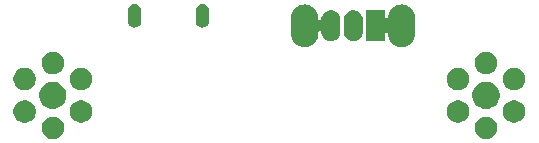
<source format=gbr>
G04 #@! TF.GenerationSoftware,KiCad,Pcbnew,(5.1.5)-3*
G04 #@! TF.CreationDate,2021-05-02T18:30:09+02:00*
G04 #@! TF.ProjectId,Stacked desk light,53746163-6b65-4642-9064-65736b206c69,rev?*
G04 #@! TF.SameCoordinates,Original*
G04 #@! TF.FileFunction,Soldermask,Bot*
G04 #@! TF.FilePolarity,Negative*
%FSLAX46Y46*%
G04 Gerber Fmt 4.6, Leading zero omitted, Abs format (unit mm)*
G04 Created by KiCad (PCBNEW (5.1.5)-3) date 2021-05-02 18:30:09*
%MOMM*%
%LPD*%
G04 APERTURE LIST*
%ADD10C,0.100000*%
G04 APERTURE END LIST*
D10*
G36*
X118614563Y-101774638D02*
G01*
X118787634Y-101846326D01*
X118787635Y-101846327D01*
X118943395Y-101950402D01*
X119075858Y-102082865D01*
X119075859Y-102082867D01*
X119179934Y-102238626D01*
X119251622Y-102411697D01*
X119288168Y-102595425D01*
X119288168Y-102782759D01*
X119251622Y-102966487D01*
X119179934Y-103139558D01*
X119179933Y-103139559D01*
X119075858Y-103295319D01*
X118943395Y-103427782D01*
X118864986Y-103480173D01*
X118787634Y-103531858D01*
X118614563Y-103603546D01*
X118430835Y-103640092D01*
X118243501Y-103640092D01*
X118059773Y-103603546D01*
X117886702Y-103531858D01*
X117809350Y-103480173D01*
X117730941Y-103427782D01*
X117598478Y-103295319D01*
X117494403Y-103139559D01*
X117494402Y-103139558D01*
X117422714Y-102966487D01*
X117386168Y-102782759D01*
X117386168Y-102595425D01*
X117422714Y-102411697D01*
X117494402Y-102238626D01*
X117598477Y-102082867D01*
X117598478Y-102082865D01*
X117730941Y-101950402D01*
X117886701Y-101846327D01*
X117886702Y-101846326D01*
X118059773Y-101774638D01*
X118243501Y-101738092D01*
X118430835Y-101738092D01*
X118614563Y-101774638D01*
G37*
G36*
X81940199Y-101774638D02*
G01*
X82113270Y-101846326D01*
X82113271Y-101846327D01*
X82269031Y-101950402D01*
X82401494Y-102082865D01*
X82401495Y-102082867D01*
X82505570Y-102238626D01*
X82577258Y-102411697D01*
X82613804Y-102595425D01*
X82613804Y-102782759D01*
X82577258Y-102966487D01*
X82505570Y-103139558D01*
X82505569Y-103139559D01*
X82401494Y-103295319D01*
X82269031Y-103427782D01*
X82190622Y-103480173D01*
X82113270Y-103531858D01*
X81940199Y-103603546D01*
X81756471Y-103640092D01*
X81569137Y-103640092D01*
X81385409Y-103603546D01*
X81212338Y-103531858D01*
X81134986Y-103480173D01*
X81056577Y-103427782D01*
X80924114Y-103295319D01*
X80820039Y-103139559D01*
X80820038Y-103139558D01*
X80748350Y-102966487D01*
X80711804Y-102782759D01*
X80711804Y-102595425D01*
X80748350Y-102411697D01*
X80820038Y-102238626D01*
X80924113Y-102082867D01*
X80924114Y-102082865D01*
X81056577Y-101950402D01*
X81212337Y-101846327D01*
X81212338Y-101846326D01*
X81385409Y-101774638D01*
X81569137Y-101738092D01*
X81756471Y-101738092D01*
X81940199Y-101774638D01*
G37*
G36*
X84321769Y-100399638D02*
G01*
X84494840Y-100471326D01*
X84494841Y-100471327D01*
X84650601Y-100575402D01*
X84783064Y-100707865D01*
X84783065Y-100707867D01*
X84887140Y-100863626D01*
X84958828Y-101036697D01*
X84995374Y-101220425D01*
X84995374Y-101407759D01*
X84958828Y-101591487D01*
X84887140Y-101764558D01*
X84880404Y-101774639D01*
X84783064Y-101920319D01*
X84650601Y-102052782D01*
X84605578Y-102082865D01*
X84494840Y-102156858D01*
X84321769Y-102228546D01*
X84138041Y-102265092D01*
X83950707Y-102265092D01*
X83766979Y-102228546D01*
X83593908Y-102156858D01*
X83483170Y-102082865D01*
X83438147Y-102052782D01*
X83305684Y-101920319D01*
X83208344Y-101774639D01*
X83201608Y-101764558D01*
X83129920Y-101591487D01*
X83093374Y-101407759D01*
X83093374Y-101220425D01*
X83129920Y-101036697D01*
X83201608Y-100863626D01*
X83305683Y-100707867D01*
X83305684Y-100707865D01*
X83438147Y-100575402D01*
X83593907Y-100471327D01*
X83593908Y-100471326D01*
X83766979Y-100399638D01*
X83950707Y-100363092D01*
X84138041Y-100363092D01*
X84321769Y-100399638D01*
G37*
G36*
X79558629Y-100399638D02*
G01*
X79731700Y-100471326D01*
X79731701Y-100471327D01*
X79887461Y-100575402D01*
X80019924Y-100707865D01*
X80019925Y-100707867D01*
X80124000Y-100863626D01*
X80195688Y-101036697D01*
X80232234Y-101220425D01*
X80232234Y-101407759D01*
X80195688Y-101591487D01*
X80124000Y-101764558D01*
X80117264Y-101774639D01*
X80019924Y-101920319D01*
X79887461Y-102052782D01*
X79842438Y-102082865D01*
X79731700Y-102156858D01*
X79558629Y-102228546D01*
X79374901Y-102265092D01*
X79187567Y-102265092D01*
X79003839Y-102228546D01*
X78830768Y-102156858D01*
X78720030Y-102082865D01*
X78675007Y-102052782D01*
X78542544Y-101920319D01*
X78445204Y-101774639D01*
X78438468Y-101764558D01*
X78366780Y-101591487D01*
X78330234Y-101407759D01*
X78330234Y-101220425D01*
X78366780Y-101036697D01*
X78438468Y-100863626D01*
X78542543Y-100707867D01*
X78542544Y-100707865D01*
X78675007Y-100575402D01*
X78830767Y-100471327D01*
X78830768Y-100471326D01*
X79003839Y-100399638D01*
X79187567Y-100363092D01*
X79374901Y-100363092D01*
X79558629Y-100399638D01*
G37*
G36*
X116232993Y-100399638D02*
G01*
X116406064Y-100471326D01*
X116406065Y-100471327D01*
X116561825Y-100575402D01*
X116694288Y-100707865D01*
X116694289Y-100707867D01*
X116798364Y-100863626D01*
X116870052Y-101036697D01*
X116906598Y-101220425D01*
X116906598Y-101407759D01*
X116870052Y-101591487D01*
X116798364Y-101764558D01*
X116791628Y-101774639D01*
X116694288Y-101920319D01*
X116561825Y-102052782D01*
X116516802Y-102082865D01*
X116406064Y-102156858D01*
X116232993Y-102228546D01*
X116049265Y-102265092D01*
X115861931Y-102265092D01*
X115678203Y-102228546D01*
X115505132Y-102156858D01*
X115394394Y-102082865D01*
X115349371Y-102052782D01*
X115216908Y-101920319D01*
X115119568Y-101774639D01*
X115112832Y-101764558D01*
X115041144Y-101591487D01*
X115004598Y-101407759D01*
X115004598Y-101220425D01*
X115041144Y-101036697D01*
X115112832Y-100863626D01*
X115216907Y-100707867D01*
X115216908Y-100707865D01*
X115349371Y-100575402D01*
X115505131Y-100471327D01*
X115505132Y-100471326D01*
X115678203Y-100399638D01*
X115861931Y-100363092D01*
X116049265Y-100363092D01*
X116232993Y-100399638D01*
G37*
G36*
X120996133Y-100399638D02*
G01*
X121169204Y-100471326D01*
X121169205Y-100471327D01*
X121324965Y-100575402D01*
X121457428Y-100707865D01*
X121457429Y-100707867D01*
X121561504Y-100863626D01*
X121633192Y-101036697D01*
X121669738Y-101220425D01*
X121669738Y-101407759D01*
X121633192Y-101591487D01*
X121561504Y-101764558D01*
X121554768Y-101774639D01*
X121457428Y-101920319D01*
X121324965Y-102052782D01*
X121279942Y-102082865D01*
X121169204Y-102156858D01*
X120996133Y-102228546D01*
X120812405Y-102265092D01*
X120625071Y-102265092D01*
X120441343Y-102228546D01*
X120268272Y-102156858D01*
X120157534Y-102082865D01*
X120112511Y-102052782D01*
X119980048Y-101920319D01*
X119882708Y-101774639D01*
X119875972Y-101764558D01*
X119804284Y-101591487D01*
X119767738Y-101407759D01*
X119767738Y-101220425D01*
X119804284Y-101036697D01*
X119875972Y-100863626D01*
X119980047Y-100707867D01*
X119980048Y-100707865D01*
X120112511Y-100575402D01*
X120268271Y-100471327D01*
X120268272Y-100471326D01*
X120441343Y-100399638D01*
X120625071Y-100363092D01*
X120812405Y-100363092D01*
X120996133Y-100399638D01*
G37*
G36*
X81887353Y-98810208D02*
G01*
X81998538Y-98832324D01*
X82208007Y-98919089D01*
X82396524Y-99045052D01*
X82556844Y-99205372D01*
X82682807Y-99393889D01*
X82769572Y-99603358D01*
X82813804Y-99825728D01*
X82813804Y-100052456D01*
X82769572Y-100274826D01*
X82682807Y-100484295D01*
X82556844Y-100672812D01*
X82396524Y-100833132D01*
X82208007Y-100959095D01*
X81998538Y-101045860D01*
X81887353Y-101067976D01*
X81776169Y-101090092D01*
X81549439Y-101090092D01*
X81438255Y-101067976D01*
X81327070Y-101045860D01*
X81117601Y-100959095D01*
X80929084Y-100833132D01*
X80768764Y-100672812D01*
X80642801Y-100484295D01*
X80556036Y-100274826D01*
X80511804Y-100052456D01*
X80511804Y-99825728D01*
X80556036Y-99603358D01*
X80642801Y-99393889D01*
X80768764Y-99205372D01*
X80929084Y-99045052D01*
X81117601Y-98919089D01*
X81327070Y-98832324D01*
X81438255Y-98810208D01*
X81549439Y-98788092D01*
X81776169Y-98788092D01*
X81887353Y-98810208D01*
G37*
G36*
X118561717Y-98810208D02*
G01*
X118672902Y-98832324D01*
X118882371Y-98919089D01*
X119070888Y-99045052D01*
X119231208Y-99205372D01*
X119357171Y-99393889D01*
X119443936Y-99603358D01*
X119488168Y-99825728D01*
X119488168Y-100052456D01*
X119443936Y-100274826D01*
X119357171Y-100484295D01*
X119231208Y-100672812D01*
X119070888Y-100833132D01*
X118882371Y-100959095D01*
X118672902Y-101045860D01*
X118561717Y-101067976D01*
X118450533Y-101090092D01*
X118223803Y-101090092D01*
X118112619Y-101067976D01*
X118001434Y-101045860D01*
X117791965Y-100959095D01*
X117603448Y-100833132D01*
X117443128Y-100672812D01*
X117317165Y-100484295D01*
X117230400Y-100274826D01*
X117186168Y-100052456D01*
X117186168Y-99825728D01*
X117230400Y-99603358D01*
X117317165Y-99393889D01*
X117443128Y-99205372D01*
X117603448Y-99045052D01*
X117791965Y-98919089D01*
X118001434Y-98832324D01*
X118112619Y-98810208D01*
X118223803Y-98788092D01*
X118450533Y-98788092D01*
X118561717Y-98810208D01*
G37*
G36*
X116232993Y-97649638D02*
G01*
X116406064Y-97721326D01*
X116406065Y-97721327D01*
X116561825Y-97825402D01*
X116694288Y-97957865D01*
X116694289Y-97957867D01*
X116798364Y-98113626D01*
X116870052Y-98286697D01*
X116906598Y-98470425D01*
X116906598Y-98657759D01*
X116870052Y-98841487D01*
X116798364Y-99014558D01*
X116746679Y-99091910D01*
X116694288Y-99170319D01*
X116561825Y-99302782D01*
X116483416Y-99355173D01*
X116406064Y-99406858D01*
X116232993Y-99478546D01*
X116049265Y-99515092D01*
X115861931Y-99515092D01*
X115678203Y-99478546D01*
X115505132Y-99406858D01*
X115427780Y-99355173D01*
X115349371Y-99302782D01*
X115216908Y-99170319D01*
X115164517Y-99091910D01*
X115112832Y-99014558D01*
X115041144Y-98841487D01*
X115004598Y-98657759D01*
X115004598Y-98470425D01*
X115041144Y-98286697D01*
X115112832Y-98113626D01*
X115216907Y-97957867D01*
X115216908Y-97957865D01*
X115349371Y-97825402D01*
X115505131Y-97721327D01*
X115505132Y-97721326D01*
X115678203Y-97649638D01*
X115861931Y-97613092D01*
X116049265Y-97613092D01*
X116232993Y-97649638D01*
G37*
G36*
X84321769Y-97649638D02*
G01*
X84494840Y-97721326D01*
X84494841Y-97721327D01*
X84650601Y-97825402D01*
X84783064Y-97957865D01*
X84783065Y-97957867D01*
X84887140Y-98113626D01*
X84958828Y-98286697D01*
X84995374Y-98470425D01*
X84995374Y-98657759D01*
X84958828Y-98841487D01*
X84887140Y-99014558D01*
X84835455Y-99091910D01*
X84783064Y-99170319D01*
X84650601Y-99302782D01*
X84572192Y-99355173D01*
X84494840Y-99406858D01*
X84321769Y-99478546D01*
X84138041Y-99515092D01*
X83950707Y-99515092D01*
X83766979Y-99478546D01*
X83593908Y-99406858D01*
X83516556Y-99355173D01*
X83438147Y-99302782D01*
X83305684Y-99170319D01*
X83253293Y-99091910D01*
X83201608Y-99014558D01*
X83129920Y-98841487D01*
X83093374Y-98657759D01*
X83093374Y-98470425D01*
X83129920Y-98286697D01*
X83201608Y-98113626D01*
X83305683Y-97957867D01*
X83305684Y-97957865D01*
X83438147Y-97825402D01*
X83593907Y-97721327D01*
X83593908Y-97721326D01*
X83766979Y-97649638D01*
X83950707Y-97613092D01*
X84138041Y-97613092D01*
X84321769Y-97649638D01*
G37*
G36*
X79558629Y-97649638D02*
G01*
X79731700Y-97721326D01*
X79731701Y-97721327D01*
X79887461Y-97825402D01*
X80019924Y-97957865D01*
X80019925Y-97957867D01*
X80124000Y-98113626D01*
X80195688Y-98286697D01*
X80232234Y-98470425D01*
X80232234Y-98657759D01*
X80195688Y-98841487D01*
X80124000Y-99014558D01*
X80072315Y-99091910D01*
X80019924Y-99170319D01*
X79887461Y-99302782D01*
X79809052Y-99355173D01*
X79731700Y-99406858D01*
X79558629Y-99478546D01*
X79374901Y-99515092D01*
X79187567Y-99515092D01*
X79003839Y-99478546D01*
X78830768Y-99406858D01*
X78753416Y-99355173D01*
X78675007Y-99302782D01*
X78542544Y-99170319D01*
X78490153Y-99091910D01*
X78438468Y-99014558D01*
X78366780Y-98841487D01*
X78330234Y-98657759D01*
X78330234Y-98470425D01*
X78366780Y-98286697D01*
X78438468Y-98113626D01*
X78542543Y-97957867D01*
X78542544Y-97957865D01*
X78675007Y-97825402D01*
X78830767Y-97721327D01*
X78830768Y-97721326D01*
X79003839Y-97649638D01*
X79187567Y-97613092D01*
X79374901Y-97613092D01*
X79558629Y-97649638D01*
G37*
G36*
X120996133Y-97649638D02*
G01*
X121169204Y-97721326D01*
X121169205Y-97721327D01*
X121324965Y-97825402D01*
X121457428Y-97957865D01*
X121457429Y-97957867D01*
X121561504Y-98113626D01*
X121633192Y-98286697D01*
X121669738Y-98470425D01*
X121669738Y-98657759D01*
X121633192Y-98841487D01*
X121561504Y-99014558D01*
X121509819Y-99091910D01*
X121457428Y-99170319D01*
X121324965Y-99302782D01*
X121246556Y-99355173D01*
X121169204Y-99406858D01*
X120996133Y-99478546D01*
X120812405Y-99515092D01*
X120625071Y-99515092D01*
X120441343Y-99478546D01*
X120268272Y-99406858D01*
X120190920Y-99355173D01*
X120112511Y-99302782D01*
X119980048Y-99170319D01*
X119927657Y-99091910D01*
X119875972Y-99014558D01*
X119804284Y-98841487D01*
X119767738Y-98657759D01*
X119767738Y-98470425D01*
X119804284Y-98286697D01*
X119875972Y-98113626D01*
X119980047Y-97957867D01*
X119980048Y-97957865D01*
X120112511Y-97825402D01*
X120268271Y-97721327D01*
X120268272Y-97721326D01*
X120441343Y-97649638D01*
X120625071Y-97613092D01*
X120812405Y-97613092D01*
X120996133Y-97649638D01*
G37*
G36*
X118614563Y-96274638D02*
G01*
X118787634Y-96346326D01*
X118787635Y-96346327D01*
X118943395Y-96450402D01*
X119075858Y-96582865D01*
X119075859Y-96582867D01*
X119179934Y-96738626D01*
X119251622Y-96911697D01*
X119288168Y-97095425D01*
X119288168Y-97282759D01*
X119251622Y-97466487D01*
X119179934Y-97639558D01*
X119173198Y-97649639D01*
X119075858Y-97795319D01*
X118943395Y-97927782D01*
X118898372Y-97957865D01*
X118787634Y-98031858D01*
X118614563Y-98103546D01*
X118430835Y-98140092D01*
X118243501Y-98140092D01*
X118059773Y-98103546D01*
X117886702Y-98031858D01*
X117775964Y-97957865D01*
X117730941Y-97927782D01*
X117598478Y-97795319D01*
X117501138Y-97649639D01*
X117494402Y-97639558D01*
X117422714Y-97466487D01*
X117386168Y-97282759D01*
X117386168Y-97095425D01*
X117422714Y-96911697D01*
X117494402Y-96738626D01*
X117598477Y-96582867D01*
X117598478Y-96582865D01*
X117730941Y-96450402D01*
X117886701Y-96346327D01*
X117886702Y-96346326D01*
X118059773Y-96274638D01*
X118243501Y-96238092D01*
X118430835Y-96238092D01*
X118614563Y-96274638D01*
G37*
G36*
X81940199Y-96274638D02*
G01*
X82113270Y-96346326D01*
X82113271Y-96346327D01*
X82269031Y-96450402D01*
X82401494Y-96582865D01*
X82401495Y-96582867D01*
X82505570Y-96738626D01*
X82577258Y-96911697D01*
X82613804Y-97095425D01*
X82613804Y-97282759D01*
X82577258Y-97466487D01*
X82505570Y-97639558D01*
X82498834Y-97649639D01*
X82401494Y-97795319D01*
X82269031Y-97927782D01*
X82224008Y-97957865D01*
X82113270Y-98031858D01*
X81940199Y-98103546D01*
X81756471Y-98140092D01*
X81569137Y-98140092D01*
X81385409Y-98103546D01*
X81212338Y-98031858D01*
X81101600Y-97957865D01*
X81056577Y-97927782D01*
X80924114Y-97795319D01*
X80826774Y-97649639D01*
X80820038Y-97639558D01*
X80748350Y-97466487D01*
X80711804Y-97282759D01*
X80711804Y-97095425D01*
X80748350Y-96911697D01*
X80820038Y-96738626D01*
X80924113Y-96582867D01*
X80924114Y-96582865D01*
X81056577Y-96450402D01*
X81212337Y-96346327D01*
X81212338Y-96346326D01*
X81385409Y-96274638D01*
X81569137Y-96238092D01*
X81756471Y-96238092D01*
X81940199Y-96274638D01*
G37*
G36*
X103225635Y-92265654D02*
G01*
X103442600Y-92331470D01*
X103442602Y-92331471D01*
X103642555Y-92438347D01*
X103817818Y-92582182D01*
X103961653Y-92757445D01*
X103987815Y-92806392D01*
X104068530Y-92957400D01*
X104112647Y-93102835D01*
X104134346Y-93174366D01*
X104151000Y-93343455D01*
X104151000Y-93484238D01*
X104153402Y-93508624D01*
X104160515Y-93532073D01*
X104172066Y-93553684D01*
X104187611Y-93572626D01*
X104206553Y-93588171D01*
X104228164Y-93599722D01*
X104251613Y-93606835D01*
X104275999Y-93609237D01*
X104300385Y-93606835D01*
X104323834Y-93599722D01*
X104345445Y-93588171D01*
X104364387Y-93572626D01*
X104379932Y-93553684D01*
X104391483Y-93532073D01*
X104400396Y-93496490D01*
X104410591Y-93392979D01*
X104410591Y-93392977D01*
X104456393Y-93241988D01*
X104456393Y-93241987D01*
X104530772Y-93102835D01*
X104630868Y-92980867D01*
X104752836Y-92880771D01*
X104891988Y-92806392D01*
X104942319Y-92791125D01*
X105042978Y-92760590D01*
X105200000Y-92745125D01*
X105357023Y-92760590D01*
X105457682Y-92791125D01*
X105508013Y-92806392D01*
X105647165Y-92880771D01*
X105769133Y-92980867D01*
X105869229Y-93102835D01*
X105943608Y-93241987D01*
X105943608Y-93241988D01*
X105989410Y-93392977D01*
X106001000Y-93510655D01*
X106001000Y-94589345D01*
X105989410Y-94707023D01*
X105970088Y-94770718D01*
X105943608Y-94858013D01*
X105907464Y-94925633D01*
X105869229Y-94997165D01*
X105769133Y-95119133D01*
X105647164Y-95219229D01*
X105508012Y-95293608D01*
X105457681Y-95308875D01*
X105357022Y-95339410D01*
X105200000Y-95354875D01*
X105042977Y-95339410D01*
X104942318Y-95308875D01*
X104891987Y-95293608D01*
X104752835Y-95219229D01*
X104630867Y-95119133D01*
X104530771Y-94997164D01*
X104456393Y-94858013D01*
X104456392Y-94858012D01*
X104425613Y-94756545D01*
X104410590Y-94707022D01*
X104400396Y-94603519D01*
X104395616Y-94579486D01*
X104386238Y-94556847D01*
X104372624Y-94536472D01*
X104355297Y-94519145D01*
X104334923Y-94505532D01*
X104312284Y-94496154D01*
X104288251Y-94491374D01*
X104263747Y-94491374D01*
X104239714Y-94496154D01*
X104217075Y-94505532D01*
X104196700Y-94519146D01*
X104179373Y-94536473D01*
X104165760Y-94556847D01*
X104156382Y-94579486D01*
X104151000Y-94615771D01*
X104151000Y-94756543D01*
X104134346Y-94925635D01*
X104075649Y-95119133D01*
X104068529Y-95142602D01*
X103961653Y-95342555D01*
X103882652Y-95438817D01*
X103817818Y-95517818D01*
X103669204Y-95639781D01*
X103642553Y-95661653D01*
X103442601Y-95768529D01*
X103442599Y-95768530D01*
X103225634Y-95834346D01*
X103000000Y-95856569D01*
X102774365Y-95834346D01*
X102557400Y-95768530D01*
X102557398Y-95768529D01*
X102357445Y-95661653D01*
X102261183Y-95582652D01*
X102182182Y-95517818D01*
X102038348Y-95342554D01*
X102012186Y-95293608D01*
X101931471Y-95142601D01*
X101924352Y-95119132D01*
X101865654Y-94925634D01*
X101849000Y-94756542D01*
X101849000Y-93343457D01*
X101865654Y-93174365D01*
X101931470Y-92957400D01*
X102012186Y-92806392D01*
X102038348Y-92757446D01*
X102182183Y-92582182D01*
X102357446Y-92438347D01*
X102557399Y-92331471D01*
X102557401Y-92331470D01*
X102774366Y-92265654D01*
X103000000Y-92243431D01*
X103225635Y-92265654D01*
G37*
G36*
X111425635Y-92265654D02*
G01*
X111642600Y-92331470D01*
X111642602Y-92331471D01*
X111842555Y-92438347D01*
X112017818Y-92582182D01*
X112161653Y-92757445D01*
X112187815Y-92806392D01*
X112268530Y-92957400D01*
X112334346Y-93174365D01*
X112351000Y-93343457D01*
X112351000Y-94756543D01*
X112334346Y-94925635D01*
X112275649Y-95119133D01*
X112268529Y-95142602D01*
X112161653Y-95342555D01*
X112082652Y-95438817D01*
X112017818Y-95517818D01*
X111869204Y-95639781D01*
X111842553Y-95661653D01*
X111642601Y-95768529D01*
X111642599Y-95768530D01*
X111425634Y-95834346D01*
X111200000Y-95856569D01*
X110974365Y-95834346D01*
X110757400Y-95768530D01*
X110757398Y-95768529D01*
X110557445Y-95661653D01*
X110461183Y-95582652D01*
X110382182Y-95517818D01*
X110238348Y-95342554D01*
X110212186Y-95293608D01*
X110131471Y-95142601D01*
X110124352Y-95119132D01*
X110065654Y-94925634D01*
X110050396Y-94770718D01*
X110045616Y-94746684D01*
X110036238Y-94724046D01*
X110022624Y-94703671D01*
X110005297Y-94686344D01*
X109984923Y-94672731D01*
X109962284Y-94663353D01*
X109938251Y-94658573D01*
X109913747Y-94658573D01*
X109889713Y-94663353D01*
X109867075Y-94672731D01*
X109846700Y-94686345D01*
X109829373Y-94703672D01*
X109815760Y-94724046D01*
X109806382Y-94746685D01*
X109801000Y-94782970D01*
X109801000Y-95351000D01*
X108199000Y-95351000D01*
X108199000Y-92749000D01*
X109801000Y-92749000D01*
X109801000Y-93317029D01*
X109803402Y-93341415D01*
X109810515Y-93364864D01*
X109822066Y-93386475D01*
X109837611Y-93405417D01*
X109856553Y-93420962D01*
X109878164Y-93432513D01*
X109901613Y-93439626D01*
X109925999Y-93442028D01*
X109950385Y-93439626D01*
X109973834Y-93432513D01*
X109995445Y-93420962D01*
X110014387Y-93405417D01*
X110029932Y-93386475D01*
X110041483Y-93364864D01*
X110050396Y-93329281D01*
X110065654Y-93174366D01*
X110087353Y-93102835D01*
X110131470Y-92957400D01*
X110212186Y-92806392D01*
X110238348Y-92757446D01*
X110382183Y-92582182D01*
X110557446Y-92438347D01*
X110757399Y-92331471D01*
X110757401Y-92331470D01*
X110974366Y-92265654D01*
X111200000Y-92243431D01*
X111425635Y-92265654D01*
G37*
G36*
X107257023Y-92760590D02*
G01*
X107357682Y-92791125D01*
X107408013Y-92806392D01*
X107547165Y-92880771D01*
X107669133Y-92980867D01*
X107769229Y-93102835D01*
X107843608Y-93241987D01*
X107843608Y-93241988D01*
X107889410Y-93392977D01*
X107901000Y-93510655D01*
X107901000Y-94589345D01*
X107889410Y-94707023D01*
X107870088Y-94770718D01*
X107843608Y-94858013D01*
X107807464Y-94925633D01*
X107769229Y-94997165D01*
X107669133Y-95119133D01*
X107547164Y-95219229D01*
X107408012Y-95293608D01*
X107357681Y-95308875D01*
X107257022Y-95339410D01*
X107100000Y-95354875D01*
X106942977Y-95339410D01*
X106842318Y-95308875D01*
X106791987Y-95293608D01*
X106652835Y-95219229D01*
X106530867Y-95119133D01*
X106430771Y-94997164D01*
X106356393Y-94858013D01*
X106356392Y-94858012D01*
X106325613Y-94756545D01*
X106310590Y-94707022D01*
X106299000Y-94589344D01*
X106299001Y-93510655D01*
X106310591Y-93392977D01*
X106356393Y-93241988D01*
X106356393Y-93241987D01*
X106430772Y-93102835D01*
X106530868Y-92980867D01*
X106652836Y-92880771D01*
X106791988Y-92806392D01*
X106842319Y-92791125D01*
X106942978Y-92760590D01*
X107100000Y-92745125D01*
X107257023Y-92760590D01*
G37*
G36*
X88687916Y-92207334D02*
G01*
X88796492Y-92240271D01*
X88796495Y-92240272D01*
X88832601Y-92259571D01*
X88896557Y-92293756D01*
X88984264Y-92365736D01*
X89056244Y-92453443D01*
X89090429Y-92517399D01*
X89109728Y-92553505D01*
X89109728Y-92553506D01*
X89109729Y-92553508D01*
X89142666Y-92662084D01*
X89151000Y-92746702D01*
X89151000Y-93653298D01*
X89142666Y-93737916D01*
X89109729Y-93846491D01*
X89109728Y-93846495D01*
X89090429Y-93882601D01*
X89056244Y-93946557D01*
X88984264Y-94034264D01*
X88896556Y-94106244D01*
X88832600Y-94140429D01*
X88796494Y-94159728D01*
X88796491Y-94159729D01*
X88687915Y-94192666D01*
X88575000Y-94203787D01*
X88462084Y-94192666D01*
X88353508Y-94159729D01*
X88353505Y-94159728D01*
X88317399Y-94140429D01*
X88253443Y-94106244D01*
X88165736Y-94034264D01*
X88093756Y-93946556D01*
X88040273Y-93846495D01*
X88040272Y-93846494D01*
X88040271Y-93846491D01*
X88007334Y-93737915D01*
X87999000Y-93653297D01*
X87999000Y-92746702D01*
X88007335Y-92662084D01*
X88040272Y-92553508D01*
X88040273Y-92553506D01*
X88040273Y-92553505D01*
X88059572Y-92517399D01*
X88093757Y-92453443D01*
X88165737Y-92365736D01*
X88253444Y-92293756D01*
X88317400Y-92259571D01*
X88353506Y-92240272D01*
X88353509Y-92240271D01*
X88462085Y-92207334D01*
X88575000Y-92196213D01*
X88687916Y-92207334D01*
G37*
G36*
X94437915Y-92207334D02*
G01*
X94546491Y-92240271D01*
X94546494Y-92240272D01*
X94582600Y-92259571D01*
X94646556Y-92293756D01*
X94734264Y-92365736D01*
X94806244Y-92453443D01*
X94840429Y-92517399D01*
X94859728Y-92553505D01*
X94859728Y-92553506D01*
X94859729Y-92553508D01*
X94892666Y-92662084D01*
X94901000Y-92746702D01*
X94901000Y-93653298D01*
X94892666Y-93737916D01*
X94859729Y-93846491D01*
X94859728Y-93846495D01*
X94840429Y-93882601D01*
X94806244Y-93946557D01*
X94734264Y-94034264D01*
X94646557Y-94106244D01*
X94582601Y-94140429D01*
X94546495Y-94159728D01*
X94546492Y-94159729D01*
X94437916Y-94192666D01*
X94325000Y-94203787D01*
X94212085Y-94192666D01*
X94103509Y-94159729D01*
X94103506Y-94159728D01*
X94067400Y-94140429D01*
X94003444Y-94106244D01*
X93915737Y-94034264D01*
X93843757Y-93946557D01*
X93809572Y-93882601D01*
X93790273Y-93846495D01*
X93790272Y-93846491D01*
X93757335Y-93737916D01*
X93749000Y-93653298D01*
X93749000Y-92746703D01*
X93757334Y-92662085D01*
X93790271Y-92553509D01*
X93790272Y-92553506D01*
X93809571Y-92517400D01*
X93843756Y-92453444D01*
X93915736Y-92365736D01*
X94003443Y-92293756D01*
X94067399Y-92259571D01*
X94103505Y-92240272D01*
X94103508Y-92240271D01*
X94212084Y-92207334D01*
X94325000Y-92196213D01*
X94437915Y-92207334D01*
G37*
M02*

</source>
